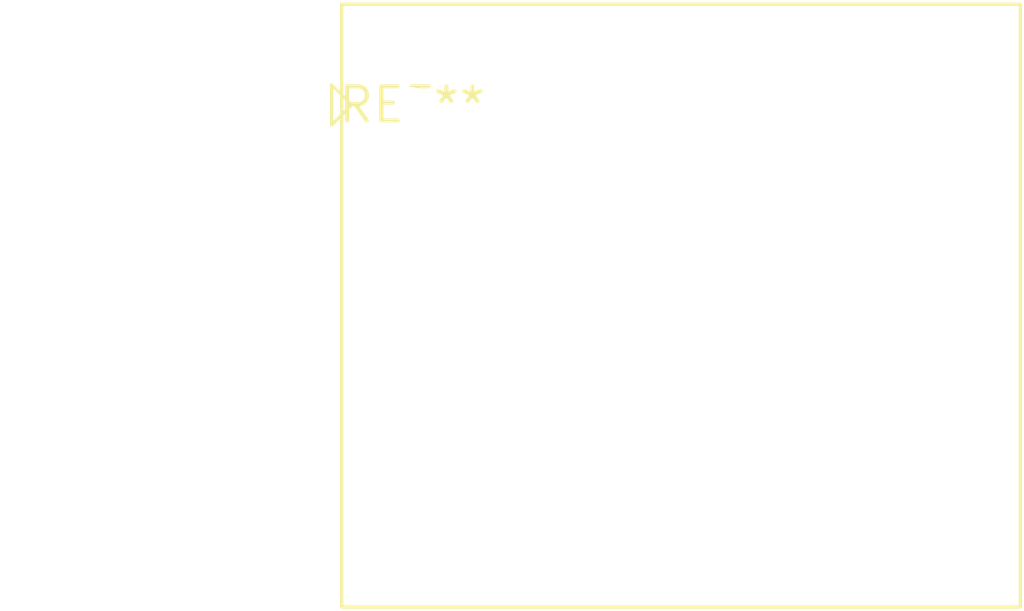
<source format=kicad_pcb>
(kicad_pcb (version 20240108) (generator pcbnew)
  (layers (0 "F.Cu" signal) (31 "B.Cu" signal) (34 "B.Paste" user) (35 "F.Paste" user) (36 "B.SilkS" user "B.Silkscreen") (37 "F.SilkS" user "F.Silkscreen") (38 "B.Mask" user) (39 "F.Mask" user) (44 "Edge.Cuts" user))
  (net 0 "")
  (footprint "Transformer_Wuerth_760871131" (layer "F.Cu") (at 0 0)
    (property "Reference" "REF**")
    (property "Value" "Transformer_Wuerth_760871131")
    (fp_line (start -3 -0.75) (end -3 0.75) (layer "F.SilkS") (stroke (width 0.12)))
    (fp_line (start -3 -0.75) (end -2.25 0) (layer "F.SilkS") (stroke (width 0.12)))
    (fp_line (start -3 0.75) (end -2.25 0) (layer "F.SilkS") (stroke (width 0.12)))
    (fp_rect (start -2.625 -3.75) (end 22.625 18.7) (layer "F.SilkS") (stroke (width 0.12)) (fill none))
    (pad "1" thru_hole roundrect (at 0 0) (size 2 2) (drill 1.32) (layers *.Cu *.Mask) (remove_unused_layers))
    (pad "2" thru_hole circle (at 0 2.49) (size 2 2) (drill 1.32) (layers *.Cu *.Mask) (remove_unused_layers))
    (pad "3" thru_hole circle (at 0 4.98) (size 2 2) (drill 1.32) (layers *.Cu *.Mask) (remove_unused_layers))
    (pad "4" thru_hole circle (at 0 9.98) (size 2 2) (drill 1.32) (layers *.Cu *.Mask) (remove_unused_layers))
    (pad "5" thru_hole circle (at 0 12.47) (size 2 2) (drill 1.32) (layers *.Cu *.Mask) (remove_unused_layers))
    (pad "6" thru_hole circle (at 0 14.96) (size 2 2) (drill 1.32) (layers *.Cu *.Mask) (remove_unused_layers))
    (pad "7" thru_hole circle (at 20 16.195) (size 2 2) (drill 1.32) (layers *.Cu *.Mask) (remove_unused_layers))
    (pad "8" thru_hole circle (at 20 13.705) (size 2 2) (drill 1.32) (layers *.Cu *.Mask) (remove_unused_layers))
    (pad "9" thru_hole circle (at 20 11.215) (size 2 2) (drill 1.32) (layers *.Cu *.Mask) (remove_unused_layers))
    (pad "10" thru_hole circle (at 20 8.725) (size 2 2) (drill 1.32) (layers *.Cu *.Mask) (remove_unused_layers))
    (pad "11" thru_hole circle (at 20 6.235) (size 2 2) (drill 1.32) (layers *.Cu *.Mask) (remove_unused_layers))
    (pad "12" thru_hole circle (at 20 3.745) (size 2 2) (drill 1.32) (layers *.Cu *.Mask) (remove_unused_layers))
    (pad "13" thru_hole circle (at 20 1.255) (size 2 2) (drill 1.32) (layers *.Cu *.Mask) (remove_unused_layers))
    (pad "14" thru_hole circle (at 20 -1.235) (size 2 2) (drill 1.32) (layers *.Cu *.Mask) (remove_unused_layers))
  )
)
</source>
